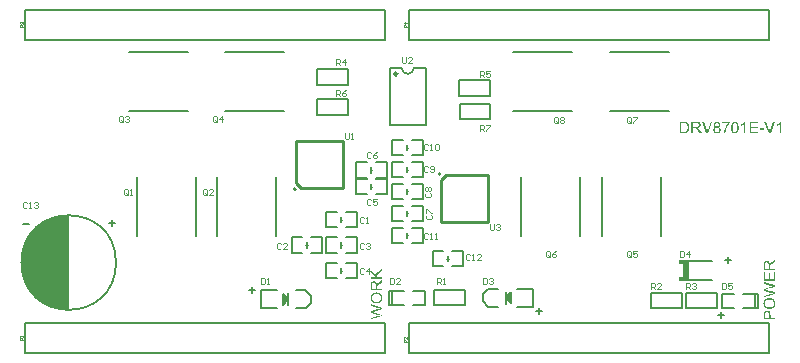
<source format=gbr>
G04*
G04 #@! TF.GenerationSoftware,Altium Limited,Altium Designer,23.8.1 (32)*
G04*
G04 Layer_Color=65535*
%FSLAX25Y25*%
%MOIN*%
G70*
G04*
G04 #@! TF.SameCoordinates,08085802-0E6A-4E4E-A806-44F487ACA516*
G04*
G04*
G04 #@! TF.FilePolarity,Positive*
G04*
G01*
G75*
%ADD10C,0.00787*%
%ADD11C,0.00799*%
%ADD12C,0.01000*%
%ADD13C,0.00800*%
%ADD14C,0.00600*%
%ADD15C,0.00700*%
%ADD16C,0.00500*%
%ADD17C,0.00400*%
%ADD18C,0.00300*%
%ADD19R,0.02400X0.06299*%
%ADD20R,0.00492X0.01476*%
%ADD21R,0.02264X0.01476*%
%ADD22R,0.02362X0.01476*%
G36*
X196610Y236972D02*
Y205476D01*
X195371D01*
X192923Y205864D01*
X190565Y206630D01*
X188356Y207755D01*
X186351Y209212D01*
X184598Y210965D01*
X183141Y212971D01*
X182016Y215179D01*
X181250Y217537D01*
X180862Y219985D01*
Y222464D01*
X181250Y224912D01*
X182016Y227270D01*
X183141Y229478D01*
X184598Y231484D01*
X186351Y233236D01*
X188356Y234693D01*
X190565Y235819D01*
X192923Y236585D01*
X195371Y236972D01*
X196610D01*
D01*
D02*
G37*
G36*
X428339Y265452D02*
X426894D01*
Y265926D01*
X428339D01*
Y265452D01*
D02*
G37*
G36*
X430539Y264300D02*
X430018D01*
X428526Y268143D01*
X429082D01*
X430077Y265353D01*
Y265347D01*
X430082Y265335D01*
X430088Y265318D01*
X430100Y265295D01*
X430118Y265230D01*
X430147Y265148D01*
X430182Y265049D01*
X430217Y264944D01*
X430281Y264721D01*
Y264727D01*
X430287Y264733D01*
X430293Y264751D01*
X430299Y264774D01*
X430316Y264838D01*
X430340Y264920D01*
X430369Y265014D01*
X430404Y265119D01*
X430445Y265236D01*
X430486Y265353D01*
X431527Y268143D01*
X432042D01*
X430539Y264300D01*
D02*
G37*
G36*
X409660D02*
X409139D01*
X407648Y268143D01*
X408203D01*
X409198Y265353D01*
Y265347D01*
X409204Y265335D01*
X409209Y265318D01*
X409221Y265295D01*
X409239Y265230D01*
X409268Y265148D01*
X409303Y265049D01*
X409338Y264944D01*
X409403Y264721D01*
Y264727D01*
X409408Y264733D01*
X409414Y264751D01*
X409420Y264774D01*
X409438Y264838D01*
X409461Y264920D01*
X409490Y265014D01*
X409525Y265119D01*
X409566Y265236D01*
X409607Y265353D01*
X410649Y268143D01*
X411164D01*
X409660Y264300D01*
D02*
G37*
G36*
X434090D02*
X433616D01*
Y267307D01*
X433610Y267301D01*
X433587Y267278D01*
X433546Y267248D01*
X433493Y267208D01*
X433428Y267155D01*
X433353Y267102D01*
X433265Y267038D01*
X433165Y266979D01*
X433159D01*
X433154Y266973D01*
X433118Y266950D01*
X433066Y266921D01*
X433002Y266886D01*
X432926Y266845D01*
X432843Y266810D01*
X432756Y266769D01*
X432674Y266734D01*
Y267196D01*
X432680D01*
X432691Y267202D01*
X432715Y267213D01*
X432738Y267231D01*
X432773Y267248D01*
X432814Y267266D01*
X432908Y267319D01*
X433013Y267383D01*
X433130Y267459D01*
X433247Y267547D01*
X433358Y267640D01*
X433364Y267646D01*
X433370Y267652D01*
X433405Y267687D01*
X433458Y267740D01*
X433522Y267804D01*
X433592Y267886D01*
X433663Y267974D01*
X433727Y268067D01*
X433780Y268161D01*
X434090D01*
Y264300D01*
D02*
G37*
G36*
X426350Y267693D02*
X424080D01*
Y266511D01*
X426204D01*
Y266061D01*
X424080D01*
Y264751D01*
X426438D01*
Y264300D01*
X423571D01*
Y268143D01*
X426350D01*
Y267693D01*
D02*
G37*
G36*
X422161Y264300D02*
X421688D01*
Y267307D01*
X421682Y267301D01*
X421658Y267278D01*
X421617Y267248D01*
X421565Y267208D01*
X421500Y267155D01*
X421424Y267102D01*
X421337Y267038D01*
X421237Y266979D01*
X421231D01*
X421226Y266973D01*
X421190Y266950D01*
X421138Y266921D01*
X421073Y266886D01*
X420997Y266845D01*
X420915Y266810D01*
X420828Y266769D01*
X420746Y266734D01*
Y267196D01*
X420752D01*
X420763Y267202D01*
X420787Y267213D01*
X420810Y267231D01*
X420845Y267248D01*
X420886Y267266D01*
X420980Y267319D01*
X421085Y267383D01*
X421202Y267459D01*
X421319Y267547D01*
X421430Y267640D01*
X421436Y267646D01*
X421442Y267652D01*
X421477Y267687D01*
X421530Y267740D01*
X421594Y267804D01*
X421664Y267886D01*
X421734Y267974D01*
X421799Y268067D01*
X421851Y268161D01*
X422161D01*
Y264300D01*
D02*
G37*
G36*
X416931Y267728D02*
X416926Y267722D01*
X416914Y267711D01*
X416896Y267687D01*
X416867Y267658D01*
X416838Y267617D01*
X416797Y267570D01*
X416750Y267512D01*
X416703Y267453D01*
X416651Y267383D01*
X416592Y267301D01*
X416528Y267219D01*
X416469Y267126D01*
X416405Y267026D01*
X416335Y266921D01*
X416270Y266804D01*
X416200Y266687D01*
X416194Y266681D01*
X416183Y266657D01*
X416165Y266622D01*
X416142Y266576D01*
X416113Y266517D01*
X416078Y266447D01*
X416037Y266365D01*
X415996Y266277D01*
X415955Y266184D01*
X415908Y266078D01*
X415861Y265967D01*
X415814Y265850D01*
X415727Y265610D01*
X415645Y265353D01*
Y265347D01*
X415639Y265330D01*
X415633Y265306D01*
X415621Y265271D01*
X415610Y265224D01*
X415598Y265172D01*
X415586Y265107D01*
X415568Y265043D01*
X415557Y264967D01*
X415539Y264885D01*
X415510Y264709D01*
X415487Y264511D01*
X415469Y264300D01*
X414984D01*
Y264306D01*
Y264323D01*
Y264347D01*
X414989Y264382D01*
Y264423D01*
X414995Y264475D01*
X415001Y264540D01*
X415007Y264604D01*
X415019Y264680D01*
X415030Y264768D01*
X415042Y264856D01*
X415060Y264949D01*
X415077Y265055D01*
X415100Y265160D01*
X415159Y265394D01*
Y265400D01*
X415165Y265423D01*
X415177Y265458D01*
X415188Y265505D01*
X415206Y265564D01*
X415229Y265628D01*
X415253Y265704D01*
X415282Y265792D01*
X415317Y265880D01*
X415352Y265979D01*
X415434Y266190D01*
X415533Y266412D01*
X415645Y266634D01*
X415650Y266640D01*
X415662Y266663D01*
X415680Y266693D01*
X415703Y266734D01*
X415732Y266786D01*
X415767Y266845D01*
X415808Y266909D01*
X415849Y266985D01*
X415955Y267143D01*
X416072Y267313D01*
X416194Y267482D01*
X416329Y267646D01*
X414445D01*
Y268097D01*
X416931D01*
Y267728D01*
D02*
G37*
G36*
X406010Y268138D02*
X406056D01*
X406173Y268132D01*
X406296Y268120D01*
X406425Y268097D01*
X406548Y268073D01*
X406606Y268056D01*
X406659Y268038D01*
X406665D01*
X406671Y268032D01*
X406706Y268021D01*
X406753Y267991D01*
X406811Y267950D01*
X406881Y267904D01*
X406952Y267839D01*
X407022Y267763D01*
X407086Y267670D01*
X407092Y267658D01*
X407109Y267623D01*
X407139Y267570D01*
X407168Y267500D01*
X407197Y267412D01*
X407226Y267313D01*
X407244Y267208D01*
X407250Y267091D01*
Y267085D01*
Y267073D01*
Y267050D01*
X407244Y267020D01*
Y266985D01*
X407238Y266944D01*
X407215Y266851D01*
X407185Y266739D01*
X407139Y266628D01*
X407068Y266511D01*
X407027Y266453D01*
X406981Y266400D01*
X406969Y266389D01*
X406952Y266377D01*
X406934Y266353D01*
X406905Y266336D01*
X406870Y266307D01*
X406829Y266283D01*
X406782Y266254D01*
X406729Y266225D01*
X406665Y266195D01*
X406601Y266166D01*
X406524Y266137D01*
X406448Y266108D01*
X406361Y266084D01*
X406267Y266067D01*
X406168Y266049D01*
X406179Y266043D01*
X406203Y266032D01*
X406238Y266014D01*
X406279Y265991D01*
X406378Y265926D01*
X406431Y265891D01*
X406472Y265856D01*
X406483Y265844D01*
X406513Y265821D01*
X406554Y265774D01*
X406606Y265716D01*
X406671Y265640D01*
X406741Y265552D01*
X406817Y265452D01*
X406893Y265341D01*
X407560Y264300D01*
X406922D01*
X406413Y265096D01*
Y265102D01*
X406401Y265113D01*
X406390Y265131D01*
X406378Y265154D01*
X406337Y265213D01*
X406285Y265289D01*
X406226Y265376D01*
X406162Y265464D01*
X406103Y265546D01*
X406045Y265622D01*
X406039Y265628D01*
X406021Y265651D01*
X405992Y265686D01*
X405963Y265727D01*
X405875Y265809D01*
X405834Y265850D01*
X405787Y265880D01*
X405781Y265885D01*
X405770Y265891D01*
X405746Y265903D01*
X405717Y265920D01*
X405647Y265955D01*
X405559Y265985D01*
X405553D01*
X405542Y265991D01*
X405518D01*
X405489Y265997D01*
X405448Y266002D01*
X405401D01*
X405343Y266008D01*
X404688D01*
Y264300D01*
X404178D01*
Y268143D01*
X405963D01*
X406010Y268138D01*
D02*
G37*
G36*
X401874D02*
X401979Y268132D01*
X402096Y268120D01*
X402207Y268103D01*
X402301Y268085D01*
X402307D01*
X402318Y268079D01*
X402330D01*
X402353Y268067D01*
X402418Y268050D01*
X402494Y268021D01*
X402582Y267986D01*
X402675Y267939D01*
X402769Y267880D01*
X402862Y267810D01*
X402868D01*
X402874Y267798D01*
X402915Y267763D01*
X402968Y267705D01*
X403032Y267629D01*
X403108Y267535D01*
X403184Y267424D01*
X403254Y267295D01*
X403319Y267149D01*
Y267143D01*
X403324Y267131D01*
X403330Y267108D01*
X403342Y267079D01*
X403354Y267044D01*
X403365Y266997D01*
X403383Y266944D01*
X403395Y266886D01*
X403406Y266821D01*
X403424Y266751D01*
X403447Y266599D01*
X403465Y266429D01*
X403471Y266242D01*
Y266236D01*
Y266225D01*
Y266201D01*
Y266166D01*
X403465Y266131D01*
Y266084D01*
X403459Y265979D01*
X403447Y265862D01*
X403424Y265727D01*
X403401Y265593D01*
X403365Y265464D01*
Y265458D01*
X403360Y265447D01*
X403354Y265429D01*
X403348Y265406D01*
X403324Y265347D01*
X403295Y265265D01*
X403260Y265177D01*
X403213Y265084D01*
X403161Y264990D01*
X403102Y264903D01*
X403096Y264891D01*
X403073Y264867D01*
X403044Y264826D01*
X402997Y264774D01*
X402950Y264721D01*
X402886Y264663D01*
X402821Y264604D01*
X402751Y264551D01*
X402745Y264546D01*
X402716Y264534D01*
X402675Y264511D01*
X402622Y264481D01*
X402558Y264452D01*
X402482Y264423D01*
X402394Y264394D01*
X402295Y264364D01*
X402283D01*
X402248Y264353D01*
X402195Y264347D01*
X402119Y264335D01*
X402032Y264323D01*
X401926Y264312D01*
X401809Y264306D01*
X401681Y264300D01*
X400300D01*
Y268143D01*
X401774D01*
X401874Y268138D01*
D02*
G37*
G36*
X418763Y268155D02*
X418833Y268143D01*
X418915Y268132D01*
X419008Y268108D01*
X419102Y268073D01*
X419190Y268032D01*
X419201Y268026D01*
X419231Y268009D01*
X419272Y267980D01*
X419330Y267945D01*
X419389Y267892D01*
X419453Y267828D01*
X419517Y267757D01*
X419576Y267675D01*
X419582Y267664D01*
X419599Y267635D01*
X419628Y267582D01*
X419663Y267517D01*
X419699Y267436D01*
X419739Y267336D01*
X419780Y267225D01*
X419816Y267102D01*
Y267096D01*
X419822Y267085D01*
Y267067D01*
X419827Y267038D01*
X419839Y267009D01*
X419845Y266968D01*
X419851Y266915D01*
X419862Y266862D01*
X419868Y266798D01*
X419874Y266734D01*
X419886Y266657D01*
X419892Y266576D01*
X419898Y266488D01*
Y266400D01*
X419903Y266195D01*
Y266190D01*
Y266166D01*
Y266131D01*
Y266084D01*
X419898Y266026D01*
Y265961D01*
X419892Y265885D01*
X419886Y265804D01*
X419868Y265628D01*
X419845Y265447D01*
X419810Y265265D01*
X419786Y265183D01*
X419763Y265102D01*
Y265096D01*
X419757Y265084D01*
X419751Y265060D01*
X419739Y265031D01*
X419722Y264996D01*
X419704Y264961D01*
X419658Y264867D01*
X419599Y264762D01*
X419529Y264657D01*
X419447Y264551D01*
X419348Y264458D01*
X419342D01*
X419336Y264446D01*
X419318Y264440D01*
X419301Y264423D01*
X419236Y264388D01*
X419160Y264347D01*
X419055Y264306D01*
X418938Y264271D01*
X418804Y264247D01*
X418651Y264236D01*
X418599D01*
X418558Y264242D01*
X418511Y264247D01*
X418458Y264259D01*
X418400Y264271D01*
X418335Y264282D01*
X418195Y264329D01*
X418119Y264364D01*
X418049Y264399D01*
X417973Y264446D01*
X417903Y264499D01*
X417838Y264557D01*
X417774Y264628D01*
X417768Y264633D01*
X417756Y264651D01*
X417739Y264680D01*
X417715Y264721D01*
X417686Y264774D01*
X417657Y264838D01*
X417622Y264914D01*
X417587Y265008D01*
X417552Y265107D01*
X417517Y265224D01*
X417487Y265353D01*
X417458Y265493D01*
X417435Y265651D01*
X417417Y265815D01*
X417405Y266002D01*
X417400Y266195D01*
Y266201D01*
Y266225D01*
Y266260D01*
Y266307D01*
X417405Y266365D01*
Y266429D01*
X417411Y266506D01*
X417417Y266587D01*
X417435Y266763D01*
X417458Y266944D01*
X417487Y267126D01*
X417511Y267208D01*
X417534Y267289D01*
Y267295D01*
X417540Y267307D01*
X417552Y267330D01*
X417563Y267359D01*
X417575Y267395D01*
X417593Y267436D01*
X417639Y267529D01*
X417698Y267635D01*
X417768Y267740D01*
X417850Y267839D01*
X417949Y267933D01*
X417955D01*
X417961Y267945D01*
X417979Y267956D01*
X418002Y267968D01*
X418061Y268003D01*
X418143Y268050D01*
X418242Y268091D01*
X418365Y268126D01*
X418499Y268149D01*
X418651Y268161D01*
X418704D01*
X418763Y268155D01*
D02*
G37*
G36*
X412760D02*
X412807D01*
X412854Y268143D01*
X412971Y268126D01*
X413100Y268091D01*
X413234Y268038D01*
X413305Y268003D01*
X413369Y267968D01*
X413433Y267921D01*
X413492Y267868D01*
X413498Y267863D01*
X413503Y267857D01*
X413521Y267839D01*
X413539Y267816D01*
X413562Y267787D01*
X413591Y267752D01*
X413650Y267670D01*
X413702Y267564D01*
X413755Y267441D01*
X413790Y267307D01*
X413796Y267231D01*
X413802Y267155D01*
Y267143D01*
Y267108D01*
X413796Y267061D01*
X413784Y266997D01*
X413767Y266921D01*
X413743Y266845D01*
X413708Y266763D01*
X413661Y266687D01*
X413656Y266681D01*
X413638Y266657D01*
X413603Y266622D01*
X413556Y266576D01*
X413498Y266529D01*
X413422Y266482D01*
X413334Y266429D01*
X413234Y266389D01*
X413240D01*
X413252Y266383D01*
X413269Y266377D01*
X413293Y266365D01*
X413357Y266336D01*
X413433Y266301D01*
X413521Y266248D01*
X413609Y266184D01*
X413696Y266102D01*
X413772Y266014D01*
X413778Y266002D01*
X413802Y265967D01*
X413831Y265915D01*
X413866Y265839D01*
X413901Y265751D01*
X413931Y265646D01*
X413954Y265528D01*
X413960Y265400D01*
Y265394D01*
Y265376D01*
Y265353D01*
X413954Y265318D01*
X413948Y265277D01*
X413942Y265224D01*
X413919Y265107D01*
X413872Y264979D01*
X413849Y264908D01*
X413813Y264838D01*
X413772Y264768D01*
X413726Y264698D01*
X413673Y264633D01*
X413609Y264569D01*
X413603Y264563D01*
X413591Y264557D01*
X413574Y264540D01*
X413544Y264516D01*
X413509Y264493D01*
X413468Y264464D01*
X413422Y264435D01*
X413363Y264405D01*
X413299Y264370D01*
X413229Y264341D01*
X413153Y264312D01*
X413071Y264288D01*
X412989Y264265D01*
X412895Y264247D01*
X412796Y264242D01*
X412690Y264236D01*
X412638D01*
X412597Y264242D01*
X412550Y264247D01*
X412491Y264253D01*
X412433Y264265D01*
X412363Y264277D01*
X412216Y264317D01*
X412140Y264347D01*
X412064Y264376D01*
X411988Y264417D01*
X411912Y264458D01*
X411842Y264511D01*
X411772Y264569D01*
X411766Y264575D01*
X411754Y264587D01*
X411743Y264604D01*
X411719Y264628D01*
X411690Y264663D01*
X411661Y264704D01*
X411631Y264751D01*
X411602Y264803D01*
X411567Y264862D01*
X411538Y264926D01*
X411479Y265066D01*
X411456Y265148D01*
X411444Y265230D01*
X411433Y265318D01*
X411427Y265411D01*
Y265417D01*
Y265429D01*
Y265447D01*
X411433Y265476D01*
Y265505D01*
X411438Y265546D01*
X411450Y265628D01*
X411474Y265727D01*
X411509Y265833D01*
X411550Y265938D01*
X411614Y266037D01*
Y266043D01*
X411626Y266049D01*
X411649Y266078D01*
X411696Y266125D01*
X411754Y266178D01*
X411830Y266236D01*
X411924Y266295D01*
X412035Y266348D01*
X412158Y266389D01*
X412152D01*
X412146Y266394D01*
X412111Y266406D01*
X412058Y266435D01*
X411994Y266464D01*
X411918Y266511D01*
X411848Y266564D01*
X411778Y266622D01*
X411719Y266693D01*
X411713Y266704D01*
X411696Y266728D01*
X411672Y266769D01*
X411649Y266827D01*
X411626Y266897D01*
X411602Y266979D01*
X411585Y267067D01*
X411579Y267166D01*
Y267172D01*
Y267184D01*
Y267208D01*
X411585Y267237D01*
X411590Y267272D01*
X411596Y267313D01*
X411614Y267412D01*
X411649Y267523D01*
X411707Y267640D01*
X411737Y267705D01*
X411778Y267763D01*
X411825Y267822D01*
X411877Y267874D01*
X411883Y267880D01*
X411889Y267886D01*
X411906Y267904D01*
X411930Y267921D01*
X411965Y267939D01*
X412000Y267968D01*
X412041Y267991D01*
X412094Y268021D01*
X412205Y268073D01*
X412345Y268114D01*
X412503Y268149D01*
X412585Y268155D01*
X412679Y268161D01*
X412725D01*
X412760Y268155D01*
D02*
G37*
G36*
X432100Y221447D02*
X431304Y220938D01*
X431298D01*
X431287Y220926D01*
X431269Y220915D01*
X431246Y220903D01*
X431187Y220862D01*
X431111Y220809D01*
X431024Y220751D01*
X430936Y220687D01*
X430854Y220628D01*
X430778Y220569D01*
X430772Y220564D01*
X430749Y220546D01*
X430714Y220517D01*
X430673Y220488D01*
X430591Y220400D01*
X430550Y220359D01*
X430520Y220312D01*
X430515Y220306D01*
X430509Y220295D01*
X430497Y220271D01*
X430480Y220242D01*
X430444Y220172D01*
X430415Y220084D01*
Y220078D01*
X430409Y220066D01*
Y220043D01*
X430404Y220014D01*
X430398Y219973D01*
Y219926D01*
X430392Y219867D01*
Y219212D01*
X432100D01*
Y218703D01*
X428257D01*
Y220488D01*
X428262Y220534D01*
Y220581D01*
X428268Y220698D01*
X428280Y220821D01*
X428303Y220950D01*
X428327Y221073D01*
X428344Y221131D01*
X428362Y221184D01*
Y221190D01*
X428368Y221196D01*
X428379Y221231D01*
X428409Y221277D01*
X428450Y221336D01*
X428496Y221406D01*
X428561Y221476D01*
X428637Y221547D01*
X428730Y221611D01*
X428742Y221617D01*
X428777Y221634D01*
X428830Y221663D01*
X428900Y221693D01*
X428988Y221722D01*
X429087Y221751D01*
X429193Y221769D01*
X429310Y221775D01*
X429315D01*
X429327D01*
X429351D01*
X429380Y221769D01*
X429415D01*
X429456Y221763D01*
X429549Y221740D01*
X429661Y221710D01*
X429772Y221663D01*
X429889Y221593D01*
X429947Y221552D01*
X430000Y221505D01*
X430012Y221494D01*
X430023Y221476D01*
X430047Y221459D01*
X430064Y221429D01*
X430093Y221394D01*
X430117Y221354D01*
X430146Y221307D01*
X430175Y221254D01*
X430205Y221190D01*
X430234Y221125D01*
X430263Y221049D01*
X430292Y220973D01*
X430316Y220885D01*
X430333Y220792D01*
X430351Y220692D01*
X430357Y220704D01*
X430368Y220727D01*
X430386Y220763D01*
X430409Y220803D01*
X430474Y220903D01*
X430509Y220956D01*
X430544Y220997D01*
X430556Y221008D01*
X430579Y221038D01*
X430626Y221078D01*
X430684Y221131D01*
X430760Y221196D01*
X430848Y221266D01*
X430947Y221342D01*
X431059Y221418D01*
X432100Y222085D01*
Y221447D01*
D02*
G37*
G36*
Y215129D02*
X428257D01*
Y217908D01*
X428707D01*
Y215638D01*
X429889D01*
Y217761D01*
X430339D01*
Y215638D01*
X431649D01*
Y217996D01*
X432100D01*
Y215129D01*
D02*
G37*
G36*
Y213591D02*
Y213093D01*
X429175Y212286D01*
X429169D01*
X429157Y212280D01*
X429140Y212274D01*
X429116Y212268D01*
X429052Y212251D01*
X428982Y212233D01*
X428900Y212210D01*
X428830Y212192D01*
X428765Y212175D01*
X428742Y212169D01*
X428724Y212163D01*
X428736D01*
X428765Y212151D01*
X428818Y212140D01*
X428877Y212122D01*
X428953Y212105D01*
X429023Y212087D01*
X429099Y212064D01*
X429175Y212046D01*
X432100Y211239D01*
Y210706D01*
X428257Y209700D01*
Y210221D01*
X430784Y210800D01*
X430790D01*
X430801Y210806D01*
X430825Y210812D01*
X430848Y210818D01*
X430889Y210823D01*
X430930Y210835D01*
X431029Y210859D01*
X431146Y210882D01*
X431281Y210911D01*
X431421Y210935D01*
X431568Y210964D01*
X431562D01*
X431538Y210970D01*
X431509Y210976D01*
X431468Y210987D01*
X431421Y210999D01*
X431369Y211011D01*
X431246Y211046D01*
X431123Y211075D01*
X431006Y211104D01*
X430959Y211116D01*
X430912Y211128D01*
X430877Y211134D01*
X430854Y211139D01*
X428257Y211871D01*
Y212485D01*
X430205Y213035D01*
X430210D01*
X430240Y213047D01*
X430275Y213052D01*
X430328Y213070D01*
X430392Y213082D01*
X430468Y213105D01*
X430556Y213123D01*
X430649Y213146D01*
X430749Y213169D01*
X430854Y213193D01*
X431088Y213245D01*
X431328Y213292D01*
X431568Y213333D01*
X431562D01*
X431550Y213339D01*
X431532D01*
X431503Y213345D01*
X431468Y213356D01*
X431427Y213362D01*
X431381Y213374D01*
X431328Y213386D01*
X431205Y213415D01*
X431059Y213444D01*
X430901Y213485D01*
X430731Y213526D01*
X428257Y214123D01*
Y214638D01*
X432100Y213591D01*
D02*
G37*
G36*
X430287Y209390D02*
X430339D01*
X430398Y209384D01*
X430462Y209379D01*
X430538Y209367D01*
X430702Y209338D01*
X430877Y209297D01*
X431059Y209238D01*
X431234Y209156D01*
X431240D01*
X431252Y209144D01*
X431275Y209133D01*
X431310Y209115D01*
X431345Y209086D01*
X431392Y209057D01*
X431492Y208986D01*
X431603Y208893D01*
X431720Y208776D01*
X431831Y208641D01*
X431930Y208489D01*
Y208483D01*
X431942Y208472D01*
X431954Y208448D01*
X431965Y208413D01*
X431983Y208372D01*
X432006Y208326D01*
X432024Y208273D01*
X432047Y208208D01*
X432088Y208074D01*
X432129Y207916D01*
X432153Y207740D01*
X432164Y207559D01*
Y207506D01*
X432159Y207466D01*
Y207419D01*
X432153Y207366D01*
X432141Y207302D01*
X432129Y207232D01*
X432100Y207085D01*
X432053Y206922D01*
X431989Y206752D01*
X431954Y206670D01*
X431907Y206588D01*
X431901Y206582D01*
X431895Y206571D01*
X431878Y206547D01*
X431860Y206518D01*
X431831Y206483D01*
X431802Y206442D01*
X431720Y206348D01*
X431614Y206243D01*
X431497Y206132D01*
X431351Y206032D01*
X431193Y205939D01*
X431187D01*
X431170Y205927D01*
X431146Y205921D01*
X431111Y205904D01*
X431070Y205886D01*
X431024Y205869D01*
X430965Y205851D01*
X430901Y205833D01*
X430831Y205810D01*
X430760Y205792D01*
X430597Y205757D01*
X430421Y205734D01*
X430234Y205722D01*
X430222D01*
X430193D01*
X430140Y205728D01*
X430076D01*
X429994Y205740D01*
X429900Y205751D01*
X429801Y205763D01*
X429684Y205787D01*
X429567Y205816D01*
X429444Y205845D01*
X429321Y205886D01*
X429198Y205939D01*
X429076Y205997D01*
X428953Y206062D01*
X428842Y206143D01*
X428736Y206231D01*
X428730Y206237D01*
X428713Y206255D01*
X428684Y206284D01*
X428649Y206325D01*
X428608Y206377D01*
X428567Y206436D01*
X428514Y206506D01*
X428461Y206588D01*
X428414Y206682D01*
X428362Y206781D01*
X428321Y206892D01*
X428274Y207009D01*
X428245Y207132D01*
X428216Y207267D01*
X428198Y207413D01*
X428192Y207559D01*
Y207612D01*
X428198Y207647D01*
Y207694D01*
X428204Y207752D01*
X428216Y207811D01*
X428222Y207881D01*
X428257Y208027D01*
X428303Y208191D01*
X428362Y208355D01*
X428403Y208437D01*
X428450Y208519D01*
Y208524D01*
X428461Y208536D01*
X428473Y208559D01*
X428496Y208589D01*
X428520Y208624D01*
X428555Y208665D01*
X428631Y208758D01*
X428730Y208864D01*
X428853Y208975D01*
X428994Y209074D01*
X429157Y209168D01*
X429163D01*
X429181Y209180D01*
X429204Y209191D01*
X429239Y209203D01*
X429280Y209221D01*
X429333Y209238D01*
X429391Y209261D01*
X429456Y209285D01*
X429532Y209302D01*
X429608Y209326D01*
X429783Y209361D01*
X429977Y209384D01*
X430187Y209396D01*
X430193D01*
X430210D01*
X430246D01*
X430287Y209390D01*
D02*
G37*
G36*
X429450Y205225D02*
X429491Y205219D01*
X429543Y205213D01*
X429596Y205207D01*
X429655Y205190D01*
X429789Y205155D01*
X429924Y205096D01*
X429994Y205061D01*
X430064Y205020D01*
X430134Y204974D01*
X430199Y204915D01*
X430205Y204909D01*
X430210Y204897D01*
X430228Y204880D01*
X430251Y204856D01*
X430275Y204816D01*
X430304Y204774D01*
X430333Y204722D01*
X430363Y204658D01*
X430398Y204587D01*
X430427Y204505D01*
X430456Y204412D01*
X430480Y204312D01*
X430503Y204195D01*
X430520Y204073D01*
X430526Y203938D01*
X430532Y203792D01*
Y202809D01*
X432100D01*
Y202300D01*
X428257D01*
Y203874D01*
X428262Y203961D01*
X428268Y204055D01*
X428274Y204154D01*
X428286Y204248D01*
X428298Y204330D01*
Y204342D01*
X428309Y204377D01*
X428321Y204429D01*
X428338Y204494D01*
X428362Y204570D01*
X428391Y204646D01*
X428432Y204728D01*
X428479Y204804D01*
X428485Y204810D01*
X428502Y204839D01*
X428532Y204874D01*
X428573Y204915D01*
X428625Y204962D01*
X428689Y205014D01*
X428760Y205067D01*
X428847Y205114D01*
X428859Y205120D01*
X428888Y205131D01*
X428935Y205149D01*
X429000Y205172D01*
X429076Y205196D01*
X429163Y205213D01*
X429263Y205225D01*
X429368Y205231D01*
X429374D01*
X429391D01*
X429415D01*
X429450Y205225D01*
D02*
G37*
G36*
X301100Y218241D02*
X299164Y216872D01*
X299766Y216246D01*
X301100D01*
Y215737D01*
X297257D01*
Y216246D01*
X299158D01*
X297257Y218154D01*
Y218844D01*
X298818Y217229D01*
X301100Y218914D01*
Y218241D01*
D02*
G37*
G36*
Y214638D02*
X300304Y214129D01*
X300299D01*
X300287Y214117D01*
X300269Y214105D01*
X300246Y214094D01*
X300187Y214053D01*
X300111Y214000D01*
X300024Y213942D01*
X299936Y213877D01*
X299854Y213819D01*
X299778Y213760D01*
X299772Y213754D01*
X299749Y213737D01*
X299713Y213707D01*
X299673Y213678D01*
X299591Y213591D01*
X299550Y213549D01*
X299520Y213503D01*
X299515Y213497D01*
X299509Y213485D01*
X299497Y213462D01*
X299480Y213433D01*
X299445Y213362D01*
X299415Y213275D01*
Y213269D01*
X299409Y213257D01*
Y213234D01*
X299404Y213204D01*
X299398Y213163D01*
Y213117D01*
X299392Y213058D01*
Y212403D01*
X301100D01*
Y211894D01*
X297257D01*
Y213678D01*
X297262Y213725D01*
Y213772D01*
X297268Y213889D01*
X297280Y214012D01*
X297303Y214140D01*
X297327Y214263D01*
X297344Y214322D01*
X297362Y214374D01*
Y214380D01*
X297368Y214386D01*
X297379Y214421D01*
X297409Y214468D01*
X297450Y214527D01*
X297496Y214597D01*
X297561Y214667D01*
X297637Y214737D01*
X297730Y214802D01*
X297742Y214807D01*
X297777Y214825D01*
X297830Y214854D01*
X297900Y214883D01*
X297988Y214913D01*
X298087Y214942D01*
X298193Y214959D01*
X298309Y214965D01*
X298315D01*
X298327D01*
X298351D01*
X298380Y214959D01*
X298415D01*
X298456Y214953D01*
X298549Y214930D01*
X298661Y214901D01*
X298772Y214854D01*
X298889Y214784D01*
X298947Y214743D01*
X299000Y214696D01*
X299011Y214685D01*
X299023Y214667D01*
X299047Y214649D01*
X299064Y214620D01*
X299093Y214585D01*
X299117Y214544D01*
X299146Y214497D01*
X299175Y214445D01*
X299205Y214380D01*
X299234Y214316D01*
X299263Y214240D01*
X299292Y214164D01*
X299316Y214076D01*
X299333Y213983D01*
X299351Y213883D01*
X299357Y213895D01*
X299368Y213918D01*
X299386Y213953D01*
X299409Y213994D01*
X299474Y214094D01*
X299509Y214146D01*
X299544Y214187D01*
X299556Y214199D01*
X299579Y214228D01*
X299626Y214269D01*
X299684Y214322D01*
X299760Y214386D01*
X299848Y214456D01*
X299948Y214532D01*
X300059Y214608D01*
X301100Y215275D01*
Y214638D01*
D02*
G37*
G36*
X299287Y211227D02*
X299339D01*
X299398Y211221D01*
X299462Y211215D01*
X299538Y211204D01*
X299702Y211174D01*
X299877Y211134D01*
X300059Y211075D01*
X300234Y210993D01*
X300240D01*
X300252Y210981D01*
X300275Y210970D01*
X300310Y210952D01*
X300345Y210923D01*
X300392Y210894D01*
X300492Y210823D01*
X300603Y210730D01*
X300720Y210613D01*
X300831Y210478D01*
X300930Y210326D01*
Y210320D01*
X300942Y210309D01*
X300954Y210285D01*
X300965Y210250D01*
X300983Y210209D01*
X301006Y210162D01*
X301024Y210110D01*
X301047Y210045D01*
X301088Y209911D01*
X301129Y209753D01*
X301153Y209577D01*
X301164Y209396D01*
Y209343D01*
X301158Y209302D01*
Y209256D01*
X301153Y209203D01*
X301141Y209139D01*
X301129Y209068D01*
X301100Y208922D01*
X301053Y208758D01*
X300989Y208589D01*
X300954Y208507D01*
X300907Y208425D01*
X300901Y208419D01*
X300895Y208407D01*
X300878Y208384D01*
X300860Y208355D01*
X300831Y208320D01*
X300802Y208279D01*
X300720Y208185D01*
X300614Y208080D01*
X300497Y207969D01*
X300351Y207869D01*
X300193Y207776D01*
X300187D01*
X300170Y207764D01*
X300147Y207758D01*
X300111Y207740D01*
X300070Y207723D01*
X300024Y207705D01*
X299965Y207688D01*
X299901Y207670D01*
X299831Y207647D01*
X299760Y207629D01*
X299597Y207594D01*
X299421Y207571D01*
X299234Y207559D01*
X299222D01*
X299193D01*
X299140Y207565D01*
X299076D01*
X298994Y207577D01*
X298900Y207588D01*
X298801Y207600D01*
X298684Y207624D01*
X298567Y207653D01*
X298444Y207682D01*
X298321Y207723D01*
X298198Y207776D01*
X298076Y207834D01*
X297953Y207898D01*
X297842Y207980D01*
X297736Y208068D01*
X297730Y208074D01*
X297713Y208091D01*
X297684Y208121D01*
X297649Y208162D01*
X297607Y208214D01*
X297567Y208273D01*
X297514Y208343D01*
X297461Y208425D01*
X297414Y208519D01*
X297362Y208618D01*
X297321Y208729D01*
X297274Y208846D01*
X297245Y208969D01*
X297216Y209103D01*
X297198Y209250D01*
X297192Y209396D01*
Y209449D01*
X297198Y209484D01*
Y209531D01*
X297204Y209589D01*
X297216Y209648D01*
X297221Y209718D01*
X297257Y209864D01*
X297303Y210028D01*
X297362Y210192D01*
X297403Y210274D01*
X297450Y210355D01*
Y210361D01*
X297461Y210373D01*
X297473Y210396D01*
X297496Y210426D01*
X297520Y210461D01*
X297555Y210502D01*
X297631Y210595D01*
X297730Y210701D01*
X297853Y210812D01*
X297994Y210911D01*
X298158Y211005D01*
X298163D01*
X298181Y211017D01*
X298204Y211028D01*
X298239Y211040D01*
X298280Y211057D01*
X298333Y211075D01*
X298391Y211098D01*
X298456Y211122D01*
X298532Y211139D01*
X298608Y211163D01*
X298783Y211198D01*
X298976Y211221D01*
X299187Y211233D01*
X299193D01*
X299210D01*
X299246D01*
X299287Y211227D01*
D02*
G37*
G36*
X301100Y206190D02*
Y205693D01*
X298175Y204886D01*
X298169D01*
X298158Y204880D01*
X298140Y204874D01*
X298116Y204868D01*
X298052Y204851D01*
X297982Y204833D01*
X297900Y204810D01*
X297830Y204792D01*
X297765Y204774D01*
X297742Y204769D01*
X297725Y204763D01*
X297736D01*
X297765Y204751D01*
X297818Y204739D01*
X297877Y204722D01*
X297953Y204704D01*
X298023Y204687D01*
X298099Y204663D01*
X298175Y204646D01*
X301100Y203839D01*
Y203306D01*
X297257Y202300D01*
Y202821D01*
X299784Y203400D01*
X299790D01*
X299801Y203406D01*
X299825Y203412D01*
X299848Y203417D01*
X299889Y203423D01*
X299930Y203435D01*
X300029Y203458D01*
X300147Y203482D01*
X300281Y203511D01*
X300421Y203534D01*
X300568Y203564D01*
X300562D01*
X300538Y203570D01*
X300509Y203575D01*
X300468Y203587D01*
X300421Y203599D01*
X300369Y203610D01*
X300246Y203645D01*
X300123Y203675D01*
X300006Y203704D01*
X299959Y203716D01*
X299912Y203727D01*
X299877Y203733D01*
X299854Y203739D01*
X297257Y204470D01*
Y205085D01*
X299205Y205634D01*
X299210D01*
X299240Y205646D01*
X299275Y205652D01*
X299327Y205670D01*
X299392Y205681D01*
X299468Y205705D01*
X299556Y205722D01*
X299649Y205746D01*
X299749Y205769D01*
X299854Y205792D01*
X300088Y205845D01*
X300328Y205892D01*
X300568Y205933D01*
X300562D01*
X300550Y205939D01*
X300533D01*
X300503Y205944D01*
X300468Y205956D01*
X300427Y205962D01*
X300380Y205974D01*
X300328Y205985D01*
X300205Y206015D01*
X300059Y206044D01*
X299901Y206085D01*
X299731Y206126D01*
X297257Y206723D01*
Y207237D01*
X301100Y206190D01*
D02*
G37*
%LPC*%
G36*
X405899Y267716D02*
X404688D01*
Y266447D01*
X405834D01*
X405899Y266453D01*
X405974Y266459D01*
X406062Y266464D01*
X406156Y266476D01*
X406244Y266494D01*
X406320Y266517D01*
X406331Y266523D01*
X406355Y266529D01*
X406390Y266546D01*
X406431Y266570D01*
X406478Y266605D01*
X406530Y266646D01*
X406577Y266693D01*
X406618Y266745D01*
X406624Y266751D01*
X406636Y266775D01*
X406653Y266804D01*
X406671Y266851D01*
X406688Y266897D01*
X406706Y266956D01*
X406717Y267020D01*
X406723Y267091D01*
Y267096D01*
Y267102D01*
Y267137D01*
X406712Y267184D01*
X406700Y267248D01*
X406676Y267319D01*
X406641Y267395D01*
X406589Y267471D01*
X406524Y267541D01*
X406513Y267547D01*
X406489Y267570D01*
X406437Y267599D01*
X406372Y267629D01*
X406285Y267664D01*
X406179Y267687D01*
X406051Y267711D01*
X405899Y267716D01*
D02*
G37*
G36*
X401610Y267693D02*
X400809D01*
Y264751D01*
X401686D01*
X401751Y264756D01*
X401838Y264762D01*
X401932Y264768D01*
X402032Y264780D01*
X402125Y264797D01*
X402213Y264821D01*
X402225Y264826D01*
X402248Y264832D01*
X402289Y264850D01*
X402336Y264873D01*
X402394Y264903D01*
X402453Y264932D01*
X402505Y264973D01*
X402558Y265019D01*
X402564Y265025D01*
X402587Y265055D01*
X402622Y265096D01*
X402663Y265148D01*
X402704Y265218D01*
X402751Y265300D01*
X402798Y265400D01*
X402839Y265505D01*
Y265511D01*
X402845Y265517D01*
X402851Y265534D01*
X402856Y265558D01*
X402862Y265587D01*
X402874Y265622D01*
X402892Y265710D01*
X402909Y265821D01*
X402927Y265950D01*
X402938Y266090D01*
X402944Y266248D01*
Y266254D01*
Y266277D01*
Y266307D01*
Y266348D01*
X402938Y266400D01*
X402933Y266459D01*
X402927Y266523D01*
X402921Y266587D01*
X402897Y266739D01*
X402862Y266892D01*
X402810Y267038D01*
X402780Y267108D01*
X402745Y267172D01*
Y267178D01*
X402734Y267184D01*
X402728Y267202D01*
X402710Y267225D01*
X402669Y267284D01*
X402611Y267348D01*
X402540Y267424D01*
X402459Y267494D01*
X402365Y267558D01*
X402266Y267611D01*
X402254Y267617D01*
X402225Y267623D01*
X402178Y267635D01*
X402108Y267652D01*
X402014Y267670D01*
X401903Y267681D01*
X401768Y267687D01*
X401610Y267693D01*
D02*
G37*
G36*
X418646Y267769D02*
X418616D01*
X418593Y267763D01*
X418535Y267757D01*
X418458Y267734D01*
X418376Y267699D01*
X418289Y267652D01*
X418201Y267582D01*
X418160Y267535D01*
X418125Y267488D01*
Y267482D01*
X418113Y267471D01*
X418102Y267447D01*
X418090Y267418D01*
X418072Y267377D01*
X418049Y267330D01*
X418025Y267266D01*
X418008Y267196D01*
X417985Y267114D01*
X417961Y267020D01*
X417944Y266915D01*
X417920Y266792D01*
X417908Y266663D01*
X417897Y266523D01*
X417885Y266365D01*
Y266195D01*
Y266184D01*
Y266154D01*
Y266108D01*
X417891Y266043D01*
Y265967D01*
X417897Y265880D01*
X417903Y265780D01*
X417914Y265681D01*
X417938Y265470D01*
X417979Y265259D01*
X418002Y265166D01*
X418031Y265078D01*
X418066Y264996D01*
X418102Y264932D01*
Y264926D01*
X418113Y264920D01*
X418143Y264885D01*
X418189Y264832D01*
X418254Y264780D01*
X418335Y264721D01*
X418429Y264669D01*
X418535Y264633D01*
X418593Y264628D01*
X418651Y264622D01*
X418681D01*
X418704Y264628D01*
X418763Y264639D01*
X418839Y264663D01*
X418926Y264698D01*
X419014Y264751D01*
X419061Y264786D01*
X419108Y264832D01*
X419155Y264879D01*
X419196Y264932D01*
Y264938D01*
X419207Y264949D01*
X419219Y264967D01*
X419231Y264996D01*
X419248Y265031D01*
X419266Y265084D01*
X419283Y265142D01*
X419307Y265207D01*
X419330Y265289D01*
X419348Y265376D01*
X419365Y265482D01*
X419383Y265599D01*
X419400Y265727D01*
X419406Y265868D01*
X419418Y266026D01*
Y266195D01*
Y266207D01*
Y266236D01*
Y266283D01*
X419412Y266348D01*
Y266424D01*
X419406Y266511D01*
X419400Y266605D01*
X419389Y266710D01*
X419365Y266921D01*
X419324Y267126D01*
X419301Y267225D01*
X419272Y267313D01*
X419236Y267389D01*
X419196Y267453D01*
Y267459D01*
X419184Y267465D01*
X419155Y267500D01*
X419108Y267553D01*
X419043Y267611D01*
X418961Y267670D01*
X418868Y267722D01*
X418763Y267757D01*
X418704Y267763D01*
X418646Y267769D01*
D02*
G37*
G36*
X412690Y267775D02*
X412643D01*
X412597Y267763D01*
X412532Y267752D01*
X412462Y267734D01*
X412386Y267699D01*
X412310Y267658D01*
X412240Y267599D01*
X412234Y267594D01*
X412211Y267570D01*
X412187Y267529D01*
X412152Y267482D01*
X412123Y267424D01*
X412094Y267348D01*
X412070Y267272D01*
X412064Y267184D01*
Y267172D01*
Y267137D01*
X412076Y267091D01*
X412088Y267026D01*
X412105Y266956D01*
X412135Y266886D01*
X412176Y266810D01*
X412234Y266739D01*
X412240Y266734D01*
X412263Y266716D01*
X412304Y266687D01*
X412357Y266657D01*
X412421Y266622D01*
X412503Y266599D01*
X412591Y266576D01*
X412690Y266570D01*
X412737D01*
X412784Y266582D01*
X412848Y266593D01*
X412919Y266611D01*
X412994Y266640D01*
X413071Y266681D01*
X413141Y266739D01*
X413147Y266745D01*
X413170Y266769D01*
X413199Y266804D01*
X413229Y266856D01*
X413264Y266915D01*
X413287Y266991D01*
X413310Y267073D01*
X413316Y267161D01*
Y267166D01*
Y267172D01*
Y267202D01*
X413305Y267254D01*
X413293Y267313D01*
X413269Y267377D01*
X413240Y267453D01*
X413193Y267523D01*
X413135Y267594D01*
X413129Y267599D01*
X413106Y267623D01*
X413065Y267652D01*
X413012Y267687D01*
X412948Y267716D01*
X412872Y267746D01*
X412790Y267769D01*
X412690Y267775D01*
D02*
G37*
G36*
X412679Y266184D02*
X412649D01*
X412626Y266178D01*
X412562Y266172D01*
X412486Y266154D01*
X412398Y266131D01*
X412304Y266090D01*
X412216Y266037D01*
X412129Y265961D01*
X412117Y265950D01*
X412094Y265920D01*
X412058Y265874D01*
X412023Y265809D01*
X411982Y265727D01*
X411947Y265634D01*
X411924Y265523D01*
X411912Y265406D01*
Y265400D01*
Y265371D01*
X411918Y265335D01*
X411924Y265283D01*
X411936Y265224D01*
X411953Y265154D01*
X411977Y265084D01*
X412006Y265014D01*
X412012Y265008D01*
X412023Y264984D01*
X412047Y264949D01*
X412076Y264908D01*
X412117Y264862D01*
X412164Y264809D01*
X412222Y264762D01*
X412287Y264721D01*
X412298Y264715D01*
X412322Y264704D01*
X412357Y264692D01*
X412409Y264674D01*
X412474Y264651D01*
X412538Y264639D01*
X412614Y264628D01*
X412696Y264622D01*
X412731D01*
X412755Y264628D01*
X412813Y264633D01*
X412895Y264651D01*
X412983Y264674D01*
X413076Y264715D01*
X413164Y264768D01*
X413252Y264838D01*
X413264Y264850D01*
X413287Y264879D01*
X413322Y264926D01*
X413363Y264990D01*
X413404Y265066D01*
X413439Y265166D01*
X413462Y265271D01*
X413474Y265394D01*
Y265400D01*
Y265411D01*
Y265429D01*
X413468Y265452D01*
X413462Y265511D01*
X413445Y265593D01*
X413422Y265681D01*
X413381Y265774D01*
X413322Y265868D01*
X413246Y265955D01*
X413234Y265967D01*
X413205Y265991D01*
X413158Y266026D01*
X413094Y266073D01*
X413012Y266113D01*
X412913Y266149D01*
X412802Y266172D01*
X412679Y266184D01*
D02*
G37*
G36*
X429310Y221248D02*
X429304D01*
X429298D01*
X429263D01*
X429216Y221236D01*
X429152Y221225D01*
X429081Y221201D01*
X429005Y221166D01*
X428929Y221114D01*
X428859Y221049D01*
X428853Y221038D01*
X428830Y221014D01*
X428801Y220961D01*
X428771Y220897D01*
X428736Y220809D01*
X428713Y220704D01*
X428689Y220575D01*
X428684Y220423D01*
Y219212D01*
X429953D01*
Y220359D01*
X429947Y220423D01*
X429941Y220499D01*
X429936Y220587D01*
X429924Y220681D01*
X429906Y220768D01*
X429883Y220845D01*
X429877Y220856D01*
X429871Y220880D01*
X429854Y220915D01*
X429830Y220956D01*
X429795Y221002D01*
X429754Y221055D01*
X429707Y221102D01*
X429655Y221143D01*
X429649Y221149D01*
X429626Y221160D01*
X429596Y221178D01*
X429549Y221196D01*
X429503Y221213D01*
X429444Y221231D01*
X429380Y221242D01*
X429310Y221248D01*
D02*
G37*
G36*
X430187Y208870D02*
X430181D01*
X430164D01*
X430140D01*
X430111D01*
X430070Y208864D01*
X430017D01*
X429906Y208852D01*
X429783Y208829D01*
X429643Y208799D01*
X429503Y208758D01*
X429368Y208706D01*
X429362D01*
X429351Y208700D01*
X429333Y208688D01*
X429310Y208677D01*
X429245Y208641D01*
X429169Y208589D01*
X429081Y208524D01*
X428988Y208442D01*
X428900Y208349D01*
X428824Y208244D01*
Y208238D01*
X428818Y208232D01*
X428806Y208214D01*
X428795Y208191D01*
X428765Y208127D01*
X428724Y208045D01*
X428689Y207945D01*
X428660Y207828D01*
X428637Y207699D01*
X428631Y207559D01*
Y207506D01*
X428637Y207471D01*
X428643Y207425D01*
X428649Y207366D01*
X428660Y207308D01*
X428678Y207243D01*
X428724Y207097D01*
X428754Y207021D01*
X428789Y206945D01*
X428830Y206863D01*
X428883Y206787D01*
X428941Y206711D01*
X429005Y206635D01*
X429011Y206629D01*
X429023Y206617D01*
X429046Y206600D01*
X429076Y206576D01*
X429116Y206547D01*
X429169Y206512D01*
X429228Y206477D01*
X429298Y206442D01*
X429380Y206407D01*
X429467Y206372D01*
X429567Y206336D01*
X429684Y206307D01*
X429807Y206284D01*
X429936Y206266D01*
X430082Y206255D01*
X430240Y206249D01*
X430246D01*
X430269D01*
X430304D01*
X430357Y206255D01*
X430415Y206260D01*
X430480Y206266D01*
X430556Y206278D01*
X430638Y206296D01*
X430813Y206336D01*
X430901Y206372D01*
X430994Y206407D01*
X431082Y206448D01*
X431170Y206494D01*
X431258Y206553D01*
X431334Y206617D01*
X431340Y206623D01*
X431351Y206635D01*
X431369Y206658D01*
X431398Y206687D01*
X431427Y206723D01*
X431457Y206764D01*
X431497Y206816D01*
X431532Y206875D01*
X431568Y206939D01*
X431603Y207009D01*
X431638Y207085D01*
X431667Y207173D01*
X431696Y207261D01*
X431714Y207354D01*
X431726Y207448D01*
X431732Y207553D01*
Y207606D01*
X431726Y207647D01*
X431720Y207699D01*
X431708Y207752D01*
X431696Y207817D01*
X431679Y207887D01*
X431632Y208033D01*
X431603Y208115D01*
X431562Y208191D01*
X431515Y208273D01*
X431462Y208349D01*
X431404Y208425D01*
X431334Y208495D01*
X431328Y208501D01*
X431316Y208513D01*
X431293Y208530D01*
X431258Y208554D01*
X431217Y208583D01*
X431164Y208612D01*
X431106Y208647D01*
X431041Y208682D01*
X430959Y208717D01*
X430877Y208753D01*
X430784Y208782D01*
X430678Y208811D01*
X430567Y208835D01*
X430450Y208852D01*
X430322Y208864D01*
X430187Y208870D01*
D02*
G37*
G36*
X429386Y204704D02*
X429374D01*
X429345D01*
X429298Y204698D01*
X429239Y204687D01*
X429175Y204675D01*
X429105Y204652D01*
X429035Y204623D01*
X428970Y204581D01*
X428964Y204576D01*
X428941Y204558D01*
X428912Y204535D01*
X428877Y204494D01*
X428842Y204447D01*
X428801Y204394D01*
X428771Y204330D01*
X428742Y204260D01*
Y204254D01*
X428736Y204236D01*
X428730Y204201D01*
X428724Y204154D01*
X428719Y204090D01*
X428713Y204008D01*
X428707Y203903D01*
Y202809D01*
X430082D01*
Y203844D01*
X430076Y203879D01*
Y203921D01*
X430070Y203961D01*
X430058Y204067D01*
X430035Y204184D01*
X430006Y204301D01*
X429959Y204406D01*
X429930Y204453D01*
X429900Y204494D01*
X429894Y204505D01*
X429865Y204529D01*
X429824Y204558D01*
X429766Y204599D01*
X429696Y204640D01*
X429608Y204669D01*
X429503Y204693D01*
X429386Y204704D01*
D02*
G37*
G36*
X298309Y214439D02*
X298304D01*
X298298D01*
X298263D01*
X298216Y214427D01*
X298152Y214415D01*
X298081Y214392D01*
X298005Y214357D01*
X297929Y214304D01*
X297859Y214240D01*
X297853Y214228D01*
X297830Y214205D01*
X297801Y214152D01*
X297771Y214088D01*
X297736Y214000D01*
X297713Y213895D01*
X297689Y213766D01*
X297684Y213614D01*
Y212403D01*
X298953D01*
Y213549D01*
X298947Y213614D01*
X298941Y213690D01*
X298936Y213778D01*
X298924Y213871D01*
X298906Y213959D01*
X298883Y214035D01*
X298877Y214047D01*
X298871Y214070D01*
X298854Y214105D01*
X298830Y214146D01*
X298795Y214193D01*
X298754Y214246D01*
X298707Y214293D01*
X298655Y214333D01*
X298649Y214339D01*
X298625Y214351D01*
X298596Y214369D01*
X298549Y214386D01*
X298503Y214404D01*
X298444Y214421D01*
X298380Y214433D01*
X298309Y214439D01*
D02*
G37*
G36*
X299187Y210706D02*
X299181D01*
X299164D01*
X299140D01*
X299111D01*
X299070Y210701D01*
X299017D01*
X298906Y210689D01*
X298783Y210665D01*
X298643Y210636D01*
X298503Y210595D01*
X298368Y210543D01*
X298362D01*
X298351Y210537D01*
X298333Y210525D01*
X298309Y210513D01*
X298245Y210478D01*
X298169Y210426D01*
X298081Y210361D01*
X297988Y210279D01*
X297900Y210186D01*
X297824Y210081D01*
Y210075D01*
X297818Y210069D01*
X297806Y210051D01*
X297795Y210028D01*
X297765Y209963D01*
X297725Y209882D01*
X297689Y209782D01*
X297660Y209665D01*
X297637Y209537D01*
X297631Y209396D01*
Y209343D01*
X297637Y209308D01*
X297643Y209261D01*
X297649Y209203D01*
X297660Y209144D01*
X297678Y209080D01*
X297725Y208934D01*
X297754Y208858D01*
X297789Y208782D01*
X297830Y208700D01*
X297883Y208624D01*
X297941Y208548D01*
X298005Y208472D01*
X298011Y208466D01*
X298023Y208454D01*
X298046Y208437D01*
X298076Y208413D01*
X298116Y208384D01*
X298169Y208349D01*
X298228Y208314D01*
X298298Y208279D01*
X298380Y208244D01*
X298467Y208208D01*
X298567Y208173D01*
X298684Y208144D01*
X298807Y208121D01*
X298936Y208103D01*
X299082Y208091D01*
X299240Y208086D01*
X299246D01*
X299269D01*
X299304D01*
X299357Y208091D01*
X299415Y208097D01*
X299480Y208103D01*
X299556Y208115D01*
X299638Y208133D01*
X299813Y208173D01*
X299901Y208208D01*
X299994Y208244D01*
X300082Y208284D01*
X300170Y208331D01*
X300258Y208390D01*
X300334Y208454D01*
X300340Y208460D01*
X300351Y208472D01*
X300369Y208495D01*
X300398Y208524D01*
X300427Y208559D01*
X300457Y208600D01*
X300497Y208653D01*
X300533Y208712D01*
X300568Y208776D01*
X300603Y208846D01*
X300638Y208922D01*
X300667Y209010D01*
X300696Y209098D01*
X300714Y209191D01*
X300726Y209285D01*
X300731Y209390D01*
Y209443D01*
X300726Y209484D01*
X300720Y209537D01*
X300708Y209589D01*
X300696Y209653D01*
X300679Y209724D01*
X300632Y209870D01*
X300603Y209952D01*
X300562Y210028D01*
X300515Y210110D01*
X300462Y210186D01*
X300404Y210262D01*
X300334Y210332D01*
X300328Y210338D01*
X300316Y210350D01*
X300293Y210367D01*
X300258Y210390D01*
X300217Y210420D01*
X300164Y210449D01*
X300106Y210484D01*
X300041Y210519D01*
X299959Y210554D01*
X299877Y210589D01*
X299784Y210619D01*
X299678Y210648D01*
X299567Y210671D01*
X299450Y210689D01*
X299322Y210701D01*
X299187Y210706D01*
D02*
G37*
%LPD*%
D10*
X212358Y221200D02*
G03*
X212358Y221200I-15748J0D01*
G01*
X307605Y285961D02*
G03*
X311592Y285961I1994J157D01*
G01*
X400295Y215350D02*
X410925D01*
X400295Y221650D02*
X410925D01*
X394087Y230157D02*
Y249843D01*
X374402Y230157D02*
Y249843D01*
X367098Y230157D02*
Y249843D01*
X347413Y230157D02*
Y249843D01*
X377157Y271657D02*
X396843D01*
X377157Y291342D02*
X396843D01*
X344657D02*
X364342D01*
X344657Y271657D02*
X364342D01*
X303598Y267118D02*
Y286118D01*
X307598D01*
X311598D02*
X315598D01*
Y267118D02*
Y286118D01*
X303598Y267118D02*
X315598D01*
X216689Y291342D02*
X236374D01*
X216689Y271657D02*
X236374D01*
X248626Y291342D02*
X268311D01*
X248626Y271657D02*
X268311D01*
X245870Y230157D02*
Y249843D01*
X265555Y230157D02*
Y249843D01*
X219445Y230157D02*
Y249843D01*
X239130Y230157D02*
Y249843D01*
X182000Y191000D02*
Y201000D01*
X302000D01*
Y191000D02*
Y201000D01*
X294500Y191000D02*
X302000D01*
X182000D02*
X294500D01*
X430000D02*
Y201000D01*
X310000Y191000D02*
X430000D01*
X310000D02*
Y201000D01*
X317500D01*
X430000D01*
Y295500D02*
Y305500D01*
X310000Y295500D02*
X430000D01*
X310000D02*
Y305500D01*
X317500D01*
X430000D01*
X182000Y295500D02*
X294500D01*
X302000D01*
Y305500D01*
X182000D02*
X302000D01*
X182000Y295500D02*
Y305500D01*
D11*
X272332Y245653D02*
G03*
X272332Y245653I-400J0D01*
G01*
X320600Y250800D02*
G03*
X320600Y250800I-400J0D01*
G01*
D12*
X306108Y284118D02*
G03*
X306108Y284118I-510J0D01*
G01*
X288106Y246079D02*
Y261827D01*
X272358D02*
X288106D01*
X272358Y247654D02*
Y261827D01*
Y247654D02*
X273933Y246079D01*
X288106D01*
X320626Y234626D02*
X336374D01*
Y250374D01*
X322201D02*
X336374D01*
X320626Y248799D02*
X322201Y250374D01*
X320626Y234626D02*
Y248799D01*
X268400Y208300D02*
X268500Y210000D01*
X268400Y208300D02*
X269100Y208900D01*
X268900Y209500D02*
X269100Y208900D01*
X343500Y208500D02*
X343600Y210200D01*
X342900Y209600D02*
X343600Y210200D01*
X342900Y209600D02*
X343100Y209000D01*
D13*
X390823Y205941D02*
X401059D01*
Y211059D01*
X390823D02*
X401059D01*
X390823Y205941D02*
Y211059D01*
X337018Y276841D02*
Y281959D01*
X326782Y276841D02*
X337018D01*
X326782D02*
Y281959D01*
X337018D01*
X326882Y274059D02*
X337118D01*
X326882Y268941D02*
Y274059D01*
Y268941D02*
X337118D01*
Y274059D01*
X279324Y285560D02*
X289560D01*
X279324Y280442D02*
Y285560D01*
Y280442D02*
X289560D01*
Y285560D01*
X279324Y275560D02*
X289560D01*
X279324Y270442D02*
Y275560D01*
Y270442D02*
X289560D01*
Y275560D01*
X318382Y212059D02*
X328618D01*
X318382Y206941D02*
Y212059D01*
Y206941D02*
X328618D01*
Y212059D01*
X304528Y207138D02*
Y211862D01*
X311441Y207138D02*
X315354D01*
X311441Y211862D02*
X315354D01*
Y207138D02*
Y211862D01*
X303441Y207138D02*
Y211862D01*
Y207138D02*
X308441D01*
X303441Y211862D02*
X308441D01*
X304382Y262059D02*
X308000D01*
X304382Y256941D02*
X308000D01*
X311000Y262059D02*
X314618D01*
X311000Y256941D02*
X314618D01*
Y262059D01*
X304382Y256941D02*
Y262059D01*
X328118Y219941D02*
Y225059D01*
X317882Y219941D02*
Y225059D01*
X321500D01*
X317882Y219941D02*
X321500D01*
X324500Y225059D02*
X328118D01*
X324500Y219941D02*
X328118D01*
X311001Y227741D02*
X314618D01*
X311001Y232859D02*
X314618D01*
X304382Y227741D02*
X308001D01*
X304382Y232859D02*
X308001D01*
X304382Y227741D02*
Y232859D01*
X314618Y227741D02*
Y232859D01*
X304383Y240159D02*
X308001D01*
X304383Y235041D02*
X308001D01*
X311001Y240159D02*
X314619D01*
X311001Y235041D02*
X314619D01*
Y240159D01*
X304383Y235041D02*
Y240159D01*
X311001Y242341D02*
X314618D01*
X311001Y247459D02*
X314618D01*
X304382Y242341D02*
X308001D01*
X304382Y247459D02*
X308001D01*
X304382Y242341D02*
Y247459D01*
X314618Y242341D02*
Y247459D01*
X304382Y254759D02*
X308000D01*
X304382Y249641D02*
X308000D01*
X311000Y254759D02*
X314618D01*
X311000Y249641D02*
X314618D01*
Y254759D01*
X304382Y249641D02*
Y254759D01*
X292382Y249441D02*
Y254559D01*
X302618Y249441D02*
Y254559D01*
X299000Y249441D02*
X302618D01*
X299000Y254559D02*
X302618D01*
X292382Y249441D02*
X296000D01*
X292382Y254559D02*
X296000D01*
X292382Y243941D02*
Y249059D01*
X302618Y243941D02*
Y249059D01*
X299000Y243941D02*
X302618D01*
X299000Y249059D02*
X302618D01*
X292382Y243941D02*
X296000D01*
X292382Y249059D02*
X296000D01*
X282382Y238059D02*
X285999D01*
X282382Y232941D02*
X285999D01*
X288999Y238059D02*
X292618D01*
X288999Y232941D02*
X292618D01*
Y238059D01*
X282382Y232941D02*
Y238059D01*
X289000Y224441D02*
X292618D01*
X289000Y229559D02*
X292618D01*
X282382Y224441D02*
X286000D01*
X282382Y229559D02*
X286000D01*
X282382Y224441D02*
Y229559D01*
X292618Y224441D02*
Y229559D01*
Y215941D02*
Y221059D01*
X282382Y215941D02*
Y221059D01*
X286000D01*
X282382Y215941D02*
X286000D01*
X289000Y221059D02*
X292618D01*
X289000Y215941D02*
X292618D01*
X270882Y229559D02*
X274500D01*
X270882Y224441D02*
X274500D01*
X277500Y229559D02*
X281118D01*
X277500Y224441D02*
X281118D01*
Y229559D01*
X270882Y224441D02*
Y229559D01*
X412559Y205941D02*
Y211059D01*
X402323Y205941D02*
X412559D01*
X402323D02*
Y211059D01*
X412559D01*
X425354Y206138D02*
Y210862D01*
X414528D02*
X418441D01*
X414528Y206138D02*
X418441D01*
X414528D02*
Y210862D01*
X426441Y206138D02*
Y210862D01*
X421441D02*
X426441D01*
X421441Y206138D02*
X426441D01*
D14*
X309200Y259500D02*
X309500D01*
X309800D01*
X309500Y258600D02*
Y260400D01*
X323000Y221600D02*
Y223400D01*
X322700Y222500D02*
X323000D01*
X323300D01*
X309501Y230300D02*
X309801D01*
X309201D02*
X309501D01*
Y229400D02*
Y231200D01*
X309201Y237600D02*
X309501D01*
X309801D01*
X309501Y236700D02*
Y238500D01*
Y244900D02*
X309801D01*
X309201D02*
X309501D01*
Y244000D02*
Y245800D01*
X309200Y252200D02*
X309500D01*
X309800D01*
X309500Y251300D02*
Y253100D01*
X297500Y251100D02*
Y252900D01*
Y252000D02*
X297800D01*
X297200D02*
X297500D01*
Y245600D02*
Y247400D01*
Y246500D02*
X297800D01*
X297200D02*
X297500D01*
X287199Y235500D02*
X287499D01*
X287799D01*
X287499Y234600D02*
Y236400D01*
X287500Y227000D02*
X287800D01*
X287200D02*
X287500D01*
Y226100D02*
Y227900D01*
Y217600D02*
Y219400D01*
X287200Y218500D02*
X287500D01*
X287800D01*
X275700Y227000D02*
X276000D01*
X276300D01*
X276000Y226100D02*
Y227900D01*
X268100Y210700D02*
X269700Y209100D01*
Y207000D02*
Y211000D01*
X268100Y207200D02*
X269700Y208900D01*
X268100Y207200D02*
Y210700D01*
X342300Y209400D02*
X343900Y207800D01*
X342300Y207500D02*
Y211500D01*
Y209600D02*
X343900Y211300D01*
Y207800D02*
Y211300D01*
D15*
X277300Y207700D02*
Y210200D01*
X275600Y206000D02*
X277300Y207700D01*
X272400Y206000D02*
X275600D01*
X272400Y212000D02*
X275500D01*
X277300Y210200D01*
X260700Y212000D02*
X265900D01*
X260700Y206000D02*
X265900D01*
X260700D02*
Y212000D01*
X334700Y208300D02*
Y210800D01*
X336400Y212500D01*
X339600D01*
X336500Y206500D02*
X339600D01*
X334700Y208300D02*
X336500Y206500D01*
X346100D02*
X351300D01*
X346100Y212500D02*
X351300D01*
Y206500D02*
Y212500D01*
D16*
X413000Y203556D02*
X414999D01*
X414000Y204556D02*
Y202557D01*
X415300Y222200D02*
X417299D01*
X416300Y223199D02*
Y221200D01*
X352400Y205100D02*
X354399D01*
X353400Y206099D02*
Y204100D01*
X256800Y212100D02*
X258799D01*
X257800Y213099D02*
Y211100D01*
X210000Y234400D02*
X211999D01*
X211000Y235399D02*
Y233400D01*
X181500Y233900D02*
X183499D01*
D17*
X182744Y241067D02*
X182411Y241400D01*
X181744D01*
X181411Y241067D01*
Y239734D01*
X181744Y239400D01*
X182411D01*
X182744Y239734D01*
X183410Y239400D02*
X184077D01*
X183744D01*
Y241400D01*
X183410Y241067D01*
X185076D02*
X185410Y241400D01*
X186076D01*
X186409Y241067D01*
Y240733D01*
X186076Y240400D01*
X185743D01*
X186076D01*
X186409Y240067D01*
Y239734D01*
X186076Y239400D01*
X185410D01*
X185076Y239734D01*
X333534Y265000D02*
Y267000D01*
X334534D01*
X334867Y266667D01*
Y266000D01*
X334534Y265667D01*
X333534D01*
X334200D02*
X334867Y265000D01*
X335533Y267000D02*
X336866D01*
Y266667D01*
X335533Y265334D01*
Y265000D01*
X336934Y234100D02*
Y232434D01*
X337267Y232100D01*
X337934D01*
X338267Y232434D01*
Y234100D01*
X338933Y233767D02*
X339266Y234100D01*
X339933D01*
X340266Y233767D01*
Y233433D01*
X339933Y233100D01*
X339600D01*
X339933D01*
X340266Y232767D01*
Y232434D01*
X339933Y232100D01*
X339266D01*
X338933Y232434D01*
X307734Y289600D02*
Y287934D01*
X308067Y287600D01*
X308734D01*
X309067Y287934D01*
Y289600D01*
X311066Y287600D02*
X309733D01*
X311066Y288933D01*
Y289266D01*
X310733Y289600D01*
X310067D01*
X309733Y289266D01*
X288567Y264300D02*
Y262634D01*
X288900Y262300D01*
X289567D01*
X289900Y262634D01*
Y264300D01*
X290566Y262300D02*
X291233D01*
X290900D01*
Y264300D01*
X290566Y263966D01*
X285834Y276700D02*
Y278700D01*
X286834D01*
X287167Y278366D01*
Y277700D01*
X286834Y277367D01*
X285834D01*
X286500D02*
X287167Y276700D01*
X289166Y278700D02*
X288500Y278366D01*
X287833Y277700D01*
Y277034D01*
X288166Y276700D01*
X288833D01*
X289166Y277034D01*
Y277367D01*
X288833Y277700D01*
X287833D01*
X333534Y283200D02*
Y285200D01*
X334534D01*
X334867Y284866D01*
Y284200D01*
X334534Y283867D01*
X333534D01*
X334200D02*
X334867Y283200D01*
X336866Y285200D02*
X335533D01*
Y284200D01*
X336200Y284533D01*
X336533D01*
X336866Y284200D01*
Y283534D01*
X336533Y283200D01*
X335866D01*
X335533Y283534D01*
X285834Y286900D02*
Y288900D01*
X286834D01*
X287167Y288566D01*
Y287900D01*
X286834Y287567D01*
X285834D01*
X286500D02*
X287167Y286900D01*
X288833D02*
Y288900D01*
X287833Y287900D01*
X289166D01*
X402300Y212500D02*
Y214500D01*
X403300D01*
X403633Y214166D01*
Y213500D01*
X403300Y213167D01*
X402300D01*
X402966D02*
X403633Y212500D01*
X404299Y214166D02*
X404633Y214500D01*
X405299D01*
X405632Y214166D01*
Y213833D01*
X405299Y213500D01*
X404966D01*
X405299D01*
X405632Y213167D01*
Y212834D01*
X405299Y212500D01*
X404633D01*
X404299Y212834D01*
X390734Y212500D02*
Y214500D01*
X391734D01*
X392067Y214166D01*
Y213500D01*
X391734Y213167D01*
X390734D01*
X391400D02*
X392067Y212500D01*
X394066D02*
X392733D01*
X394066Y213833D01*
Y214166D01*
X393733Y214500D01*
X393067D01*
X392733Y214166D01*
X319367Y214200D02*
Y216200D01*
X320367D01*
X320700Y215866D01*
Y215200D01*
X320367Y214867D01*
X319367D01*
X320034D02*
X320700Y214200D01*
X321366D02*
X322033D01*
X321700D01*
Y216200D01*
X321366Y215866D01*
X359567Y268134D02*
Y269466D01*
X359234Y269800D01*
X358567D01*
X358234Y269466D01*
Y268134D01*
X358567Y267800D01*
X359234D01*
X358900Y268467D02*
X359567Y267800D01*
X359234D02*
X359567Y268134D01*
X360233Y269466D02*
X360566Y269800D01*
X361233D01*
X361566Y269466D01*
Y269133D01*
X361233Y268800D01*
X361566Y268467D01*
Y268134D01*
X361233Y267800D01*
X360566D01*
X360233Y268134D01*
Y268467D01*
X360566Y268800D01*
X360233Y269133D01*
Y269466D01*
X360566Y268800D02*
X361233D01*
X383967Y268134D02*
Y269466D01*
X383634Y269800D01*
X382967D01*
X382634Y269466D01*
Y268134D01*
X382967Y267800D01*
X383634D01*
X383300Y268467D02*
X383967Y267800D01*
X383634D02*
X383967Y268134D01*
X384633Y269800D02*
X385966D01*
Y269466D01*
X384633Y268134D01*
Y267800D01*
X357167Y223334D02*
Y224667D01*
X356834Y225000D01*
X356167D01*
X355834Y224667D01*
Y223334D01*
X356167Y223000D01*
X356834D01*
X356500Y223667D02*
X357167Y223000D01*
X356834D02*
X357167Y223334D01*
X359166Y225000D02*
X358500Y224667D01*
X357833Y224000D01*
Y223334D01*
X358167Y223000D01*
X358833D01*
X359166Y223334D01*
Y223667D01*
X358833Y224000D01*
X357833D01*
X383967Y223334D02*
Y224667D01*
X383634Y225000D01*
X382967D01*
X382634Y224667D01*
Y223334D01*
X382967Y223000D01*
X383634D01*
X383300Y223667D02*
X383967Y223000D01*
X383634D02*
X383967Y223334D01*
X385966Y225000D02*
X384633D01*
Y224000D01*
X385300Y224333D01*
X385633D01*
X385966Y224000D01*
Y223334D01*
X385633Y223000D01*
X384966D01*
X384633Y223334D01*
X245967Y268334D02*
Y269667D01*
X245634Y270000D01*
X244967D01*
X244634Y269667D01*
Y268334D01*
X244967Y268000D01*
X245634D01*
X245300Y268667D02*
X245967Y268000D01*
X245634D02*
X245967Y268334D01*
X247633Y268000D02*
Y270000D01*
X246633Y269000D01*
X247966D01*
X214767Y268334D02*
Y269667D01*
X214434Y270000D01*
X213767D01*
X213434Y269667D01*
Y268334D01*
X213767Y268000D01*
X214434D01*
X214100Y268667D02*
X214767Y268000D01*
X214434D02*
X214767Y268334D01*
X215433Y269667D02*
X215767Y270000D01*
X216433D01*
X216766Y269667D01*
Y269333D01*
X216433Y269000D01*
X216100D01*
X216433D01*
X216766Y268667D01*
Y268334D01*
X216433Y268000D01*
X215767D01*
X215433Y268334D01*
X242567Y244134D02*
Y245466D01*
X242234Y245800D01*
X241567D01*
X241234Y245466D01*
Y244134D01*
X241567Y243800D01*
X242234D01*
X241900Y244467D02*
X242567Y243800D01*
X242234D02*
X242567Y244134D01*
X244566Y243800D02*
X243233D01*
X244566Y245133D01*
Y245466D01*
X244233Y245800D01*
X243566D01*
X243233Y245466D01*
X216400Y244034D02*
Y245367D01*
X216067Y245700D01*
X215400D01*
X215067Y245367D01*
Y244034D01*
X215400Y243700D01*
X216067D01*
X215734Y244367D02*
X216400Y243700D01*
X216067D02*
X216400Y244034D01*
X217066Y243700D02*
X217733D01*
X217400D01*
Y245700D01*
X217066Y245367D01*
X414500Y214500D02*
Y212500D01*
X415500D01*
X415833Y212834D01*
Y214166D01*
X415500Y214500D01*
X414500D01*
X417832D02*
X416499D01*
Y213500D01*
X417166Y213833D01*
X417499D01*
X417832Y213500D01*
Y212834D01*
X417499Y212500D01*
X416833D01*
X416499Y212834D01*
X400234Y225200D02*
Y223200D01*
X401234D01*
X401567Y223534D01*
Y224867D01*
X401234Y225200D01*
X400234D01*
X403233Y223200D02*
Y225200D01*
X402233Y224200D01*
X403566D01*
X334800Y216200D02*
Y214200D01*
X335800D01*
X336133Y214534D01*
Y215866D01*
X335800Y216200D01*
X334800D01*
X336799Y215866D02*
X337133Y216200D01*
X337799D01*
X338132Y215866D01*
Y215533D01*
X337799Y215200D01*
X337466D01*
X337799D01*
X338132Y214867D01*
Y214534D01*
X337799Y214200D01*
X337133D01*
X336799Y214534D01*
X303734Y216200D02*
Y214200D01*
X304734D01*
X305067Y214534D01*
Y215866D01*
X304734Y216200D01*
X303734D01*
X307066Y214200D02*
X305733D01*
X307066Y215533D01*
Y215866D01*
X306733Y216200D01*
X306066D01*
X305733Y215866D01*
X260800Y216200D02*
Y214200D01*
X261800D01*
X262133Y214534D01*
Y215866D01*
X261800Y216200D01*
X260800D01*
X262799Y214200D02*
X263466D01*
X263133D01*
Y216200D01*
X262799Y215866D01*
X330334Y223567D02*
X330000Y223900D01*
X329334D01*
X329001Y223567D01*
Y222234D01*
X329334Y221900D01*
X330000D01*
X330334Y222234D01*
X331000Y221900D02*
X331667D01*
X331333D01*
Y223900D01*
X331000Y223567D01*
X333999Y221900D02*
X332666D01*
X333999Y223233D01*
Y223567D01*
X333666Y223900D01*
X332999D01*
X332666Y223567D01*
X316467Y230867D02*
X316134Y231200D01*
X315467D01*
X315134Y230867D01*
Y229534D01*
X315467Y229200D01*
X316134D01*
X316467Y229534D01*
X317133Y229200D02*
X317800D01*
X317466D01*
Y231200D01*
X317133Y230867D01*
X318799Y229200D02*
X319466D01*
X319133D01*
Y231200D01*
X318799Y230867D01*
X316467Y260467D02*
X316134Y260800D01*
X315467D01*
X315134Y260467D01*
Y259134D01*
X315467Y258800D01*
X316134D01*
X316467Y259134D01*
X317133Y258800D02*
X317800D01*
X317466D01*
Y260800D01*
X317133Y260467D01*
X318799D02*
X319133Y260800D01*
X319799D01*
X320132Y260467D01*
Y259134D01*
X319799Y258800D01*
X319133D01*
X318799Y259134D01*
Y260467D01*
X316467Y253066D02*
X316134Y253400D01*
X315467D01*
X315134Y253066D01*
Y251734D01*
X315467Y251400D01*
X316134D01*
X316467Y251734D01*
X317133D02*
X317466Y251400D01*
X318133D01*
X318466Y251734D01*
Y253066D01*
X318133Y253400D01*
X317466D01*
X317133Y253066D01*
Y252733D01*
X317466Y252400D01*
X318466D01*
X315833Y244267D02*
X315500Y243934D01*
Y243267D01*
X315833Y242934D01*
X317166D01*
X317500Y243267D01*
Y243934D01*
X317166Y244267D01*
X315833Y244933D02*
X315500Y245267D01*
Y245933D01*
X315833Y246266D01*
X316167D01*
X316500Y245933D01*
X316833Y246266D01*
X317166D01*
X317500Y245933D01*
Y245267D01*
X317166Y244933D01*
X316833D01*
X316500Y245267D01*
X316167Y244933D01*
X315833D01*
X316500Y245267D02*
Y245933D01*
X315878Y237211D02*
X315544Y236878D01*
Y236211D01*
X315878Y235878D01*
X317211D01*
X317544Y236211D01*
Y236878D01*
X317211Y237211D01*
X315544Y237877D02*
Y239210D01*
X315878D01*
X317211Y237877D01*
X317544D01*
X297467Y257666D02*
X297134Y258000D01*
X296467D01*
X296134Y257666D01*
Y256334D01*
X296467Y256000D01*
X297134D01*
X297467Y256334D01*
X299466Y258000D02*
X298800Y257666D01*
X298133Y257000D01*
Y256334D01*
X298466Y256000D01*
X299133D01*
X299466Y256334D01*
Y256667D01*
X299133Y257000D01*
X298133D01*
X297467Y242067D02*
X297134Y242400D01*
X296467D01*
X296134Y242067D01*
Y240734D01*
X296467Y240400D01*
X297134D01*
X297467Y240734D01*
X299466Y242400D02*
X298133D01*
Y241400D01*
X298800Y241733D01*
X299133D01*
X299466Y241400D01*
Y240734D01*
X299133Y240400D01*
X298466D01*
X298133Y240734D01*
X294867Y218967D02*
X294534Y219300D01*
X293867D01*
X293534Y218967D01*
Y217634D01*
X293867Y217300D01*
X294534D01*
X294867Y217634D01*
X296533Y217300D02*
Y219300D01*
X295533Y218300D01*
X296866D01*
X294867Y227517D02*
X294534Y227850D01*
X293867D01*
X293534Y227517D01*
Y226184D01*
X293867Y225850D01*
X294534D01*
X294867Y226184D01*
X295533Y227517D02*
X295866Y227850D01*
X296533D01*
X296866Y227517D01*
Y227183D01*
X296533Y226850D01*
X296200D01*
X296533D01*
X296866Y226517D01*
Y226184D01*
X296533Y225850D01*
X295866D01*
X295533Y226184D01*
X267467Y227366D02*
X267134Y227700D01*
X266467D01*
X266134Y227366D01*
Y226034D01*
X266467Y225700D01*
X267134D01*
X267467Y226034D01*
X269466Y225700D02*
X268133D01*
X269466Y227033D01*
Y227366D01*
X269133Y227700D01*
X268466D01*
X268133Y227366D01*
X294867Y236067D02*
X294534Y236400D01*
X293867D01*
X293534Y236067D01*
Y234734D01*
X293867Y234400D01*
X294534D01*
X294867Y234734D01*
X295533Y234400D02*
X296200D01*
X295866D01*
Y236400D01*
X295533Y236067D01*
D18*
X309200Y299567D02*
X308200D01*
Y300067D01*
X308367Y300233D01*
X308700D01*
X308867Y300067D01*
Y299567D01*
X309200Y301066D02*
X308200D01*
X308700Y300567D01*
Y301233D01*
X181500Y299767D02*
X180500D01*
Y300267D01*
X180667Y300433D01*
X181000D01*
X181167Y300267D01*
Y299767D01*
X180667Y300767D02*
X180500Y300933D01*
Y301267D01*
X180667Y301433D01*
X180833D01*
X181000Y301267D01*
Y301100D01*
Y301267D01*
X181167Y301433D01*
X181333D01*
X181500Y301267D01*
Y300933D01*
X181333Y300767D01*
X309300Y194567D02*
X308300D01*
Y195067D01*
X308467Y195233D01*
X308800D01*
X308967Y195067D01*
Y194567D01*
X309300Y196233D02*
Y195567D01*
X308633Y196233D01*
X308467D01*
X308300Y196066D01*
Y195733D01*
X308467Y195567D01*
X181200Y195433D02*
X180200D01*
Y195933D01*
X180367Y196100D01*
X180700D01*
X180867Y195933D01*
Y195433D01*
X181200Y196433D02*
Y196766D01*
Y196600D01*
X180200D01*
X180367Y196433D01*
D19*
X402245Y218525D02*
D03*
D20*
X411048Y215695D02*
D03*
X411048Y221305D02*
D03*
D21*
X400961Y215694D02*
D03*
D22*
X401083Y221305D02*
D03*
M02*

</source>
